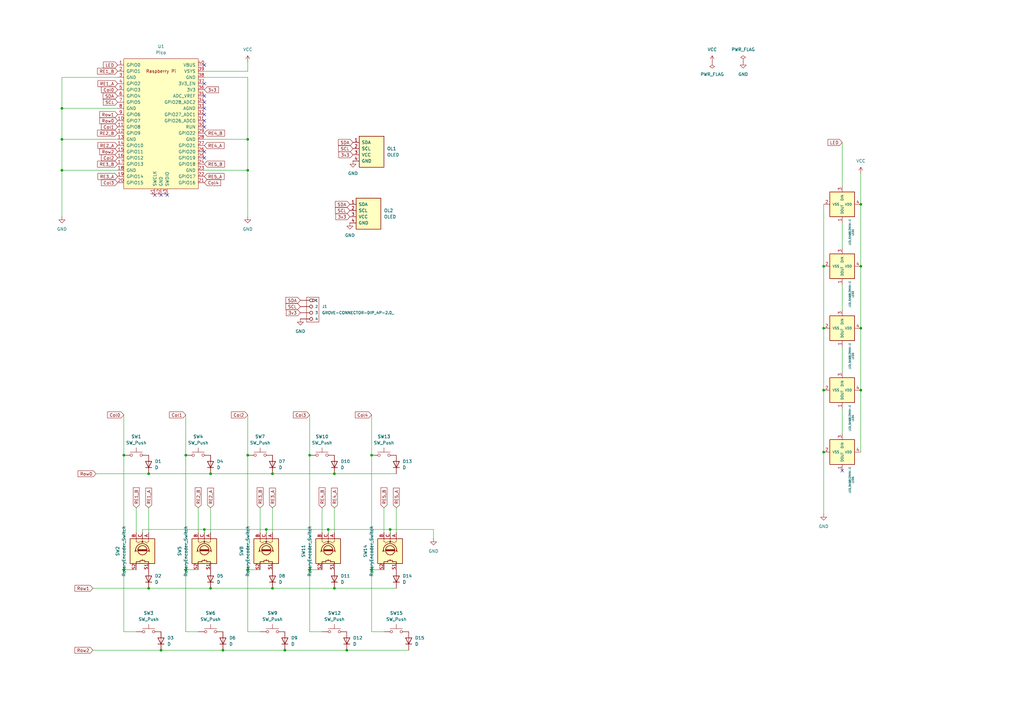
<source format=kicad_sch>
(kicad_sch (version 20231120) (generator "eeschema") (generator_version "8.0")
  (paper "A3")
  (lib_symbols
    (symbol "BrownSugar_KBD:OLED" (pin_names (offset 1.016))
      (property "Reference" "OL" (at 0 7.62 0))
      (property "Value" "OLED" (at 0 -7.62 0))
      (symbol "OLED_0_1"
        (rectangle (start -5.08 6.35) (end 5.08 -6.35) (stroke (width 0.254)) (fill (type background)))
      )
      (symbol "OLED_1_1"
        (pin bidirectional line (at -7.62 3.81 0) (length 2.54) (name "SDA") (number "1"))
        (pin bidirectional line (at -7.62 1.27 0) (length 2.54) (name "SCL") (number "2"))
        (pin power_in line (at -7.62 -1.27 0) (length 2.54) (name "VCC") (number "3"))
        (pin power_in line (at -7.62 -3.81 0) (length 2.54) (name "GND") (number "4"))
      )
    )
    (symbol "Device:D" (pin_numbers hide) (pin_names (offset 1.016) hide)
      (property "Reference" "D" (at 0 2.54 0))
      (property "Value" "D" (at 0 -2.54 0))
      (symbol "D_0_1"
        (polyline (pts (xy -1.27 1.27) (xy -1.27 -1.27)) (stroke (width 0.254)))
        (polyline (pts (xy 1.27 0) (xy -1.27 0)))
        (polyline (pts (xy 1.27 1.27) (xy 1.27 -1.27) (xy -1.27 0) (xy 1.27 1.27)) (stroke (width 0.254)))
      )
      (symbol "D_1_1"
        (pin passive line (at -3.81 0 0) (length 2.54) (name "K") (number "1"))
        (pin passive line (at 3.81 0 180) (length 2.54) (name "A") (number "2"))
      )
    )
    (symbol "Device:RotaryEncoder_Switch" (pin_names (offset 0.254) hide)
      (property "Reference" "SW" (at 0 6.604 0))
      (property "Value" "RotaryEncoder_Switch" (at 0 -6.604 0))
      (symbol "RotaryEncoder_Switch_0_1"
        (rectangle (start -5.08 5.08) (end 5.08 -5.08) (stroke (width 0.254)) (fill (type background)))
        (circle (center -3.81 0) (radius 0.254) (fill (type outline)))
        (circle (center -0.381 0) (radius 1.905) (stroke (width 0.254)))
        (arc (start -0.381 2.667) (mid -3.0988 -0.0635) (end -0.381 -2.794) (stroke (width 0.254)))
        (polyline (pts (xy -0.635 -1.778) (xy -0.635 1.778)) (stroke (width 0.254)))
        (polyline (pts (xy -0.381 -1.778) (xy -0.381 1.778)) (stroke (width 0.254)))
        (polyline (pts (xy -0.127 1.778) (xy -0.127 -1.778)) (stroke (width 0.254)))
        (polyline (pts (xy 3.81 0) (xy 3.429 0)) (stroke (width 0.254)))
        (polyline (pts (xy 3.81 1.016) (xy 3.81 -1.016)) (stroke (width 0.254)))
        (polyline (pts (xy -5.08 -2.54) (xy -3.81 -2.54) (xy -3.81 -2.032)))
        (polyline (pts (xy -5.08 2.54) (xy -3.81 2.54) (xy -3.81 2.032)))
        (polyline (pts (xy 0.254 -3.048) (xy -0.508 -2.794) (xy 0.127 -2.413)) (stroke (width 0.254)))
        (polyline (pts (xy 0.254 2.921) (xy -0.508 2.667) (xy 0.127 2.286)) (stroke (width 0.254)))
        (polyline (pts (xy 5.08 -2.54) (xy 4.318 -2.54) (xy 4.318 -1.016)) (stroke (width 0.254)))
        (polyline (pts (xy 5.08 2.54) (xy 4.318 2.54) (xy 4.318 1.016)) (stroke (width 0.254)))
        (polyline (pts (xy -5.08 0) (xy -3.81 0) (xy -3.81 -1.016) (xy -3.302 -2.032)))
        (polyline (pts (xy -4.318 0) (xy -3.81 0) (xy -3.81 1.016) (xy -3.302 2.032)))
        (circle (center 4.318 -1.016) (radius 0.127) (stroke (width 0.254)))
        (circle (center 4.318 1.016) (radius 0.127) (stroke (width 0.254)))
      )
      (symbol "RotaryEncoder_Switch_1_1"
        (pin passive line (at -7.62 2.54 0) (length 2.54) (name "A") (number "A"))
        (pin passive line (at -7.62 -2.54 0) (length 2.54) (name "B") (number "B"))
        (pin passive line (at -7.62 0 0) (length 2.54) (name "C") (number "C"))
        (pin passive line (at 7.62 2.54 180) (length 2.54) (name "S1") (number "S1"))
        (pin passive line (at 7.62 -2.54 180) (length 2.54) (name "S2") (number "S2"))
      )
    )
    (symbol "OPL_Connector:GROVE-CONNECTOR-DIP_4P-2.0_" (pin_numbers hide) (pin_names (offset 1.016))
      (property "Reference" "J" (at -6.35 6.35 0))
      (property "Value" "GROVE-CONNECTOR-DIP_4P-2.0_" (at 0 6.35 0))
      (symbol "GROVE-CONNECTOR-DIP_4P-2.0__1_0"
        (polyline (pts (xy -1.27 -5.08) (xy -1.27 5.08)))
        (polyline (pts (xy -1.27 5.08) (xy 3.81 5.08)))
        (polyline (pts (xy 3.81 -5.08) (xy -1.27 -5.08)))
        (polyline (pts (xy 3.81 5.08) (xy 3.81 -5.08)))
      )
      (symbol "GROVE-CONNECTOR-DIP_4P-2.0__1_1"
        (pin bidirectional inverted_clock (at -3.81 3.81 0) (length 5.08) (name "1") (number "1"))
        (pin bidirectional inverted (at -3.81 1.27 0) (length 5.08) (name "2") (number "2"))
        (pin bidirectional inverted (at -3.81 -1.27 0) (length 5.08) (name "3") (number "3"))
        (pin bidirectional inverted (at -3.81 -3.81 0) (length 5.08) (name "4") (number "4"))
      )
    )
    (symbol "RPi_Pico:Pico" (pin_names (offset 1.016))
      (property "Reference" "U" (at -13.97 27.94 0))
      (property "Value" "Pico" (at 0 19.05 0))
      (symbol "Pico_0_0"
        (text "Raspberry Pi" (at 0 21.59 0) (effects (font (size 1.27 1.27))))
      )
      (symbol "Pico_0_1"
        (rectangle (start -15.24 26.67) (end 15.24 -26.67) (fill (type background)))
      )
      (symbol "Pico_1_1"
        (pin bidirectional line (at -17.78 24.13 0) (length 2.54) (name "GPIO0") (number "1"))
        (pin bidirectional line (at -17.78 1.27 0) (length 2.54) (name "GPIO7") (number "10"))
        (pin bidirectional line (at -17.78 -1.27 0) (length 2.54) (name "GPIO8") (number "11"))
        (pin bidirectional line (at -17.78 -3.81 0) (length 2.54) (name "GPIO9") (number "12"))
        (pin power_in line (at -17.78 -6.35 0) (length 2.54) (name "GND") (number "13"))
        (pin bidirectional line (at -17.78 -8.89 0) (length 2.54) (name "GPIO10") (number "14"))
        (pin bidirectional line (at -17.78 -11.43 0) (length 2.54) (name "GPIO11") (number "15"))
        (pin bidirectional line (at -17.78 -13.97 0) (length 2.54) (name "GPIO12") (number "16"))
        (pin bidirectional line (at -17.78 -16.51 0) (length 2.54) (name "GPIO13") (number "17"))
        (pin power_in line (at -17.78 -19.05 0) (length 2.54) (name "GND") (number "18"))
        (pin bidirectional line (at -17.78 -21.59 0) (length 2.54) (name "GPIO14") (number "19"))
        (pin bidirectional line (at -17.78 21.59 0) (length 2.54) (name "GPIO1") (number "2"))
        (pin bidirectional line (at -17.78 -24.13 0) (length 2.54) (name "GPIO15") (number "20"))
        (pin bidirectional line (at 17.78 -24.13 180) (length 2.54) (name "GPIO16") (number "21"))
        (pin bidirectional line (at 17.78 -21.59 180) (length 2.54) (name "GPIO17") (number "22"))
        (pin power_in line (at 17.78 -19.05 180) (length 2.54) (name "GND") (number "23"))
        (pin bidirectional line (at 17.78 -16.51 180) (length 2.54) (name "GPIO18") (number "24"))
        (pin bidirectional line (at 17.78 -13.97 180) (length 2.54) (name "GPIO19") (number "25"))
        (pin bidirectional line (at 17.78 -11.43 180) (length 2.54) (name "GPIO20") (number "26"))
        (pin bidirectional line (at 17.78 -8.89 180) (length 2.54) (name "GPIO21") (number "27"))
        (pin power_in line (at 17.78 -6.35 180) (length 2.54) (name "GND") (number "28"))
        (pin bidirectional line (at 17.78 -3.81 180) (length 2.54) (name "GPIO22") (number "29"))
        (pin power_in line (at -17.78 19.05 0) (length 2.54) (name "GND") (number "3"))
        (pin input line (at 17.78 -1.27 180) (length 2.54) (name "RUN") (number "30"))
        (pin bidirectional line (at 17.78 1.27 180) (length 2.54) (name "GPIO26_ADC0") (number "31"))
        (pin bidirectional line (at 17.78 3.81 180) (length 2.54) (name "GPIO27_ADC1") (number "32"))
        (pin power_in line (at 17.78 6.35 180) (length 2.54) (name "AGND") (number "33"))
        (pin bidirectional line (at 17.78 8.89 180) (length 2.54) (name "GPIO28_ADC2") (number "34"))
        (pin unspecified line (at 17.78 11.43 180) (length 2.54) (name "ADC_VREF") (number "35"))
        (pin unspecified line (at 17.78 13.97 180) (length 2.54) (name "3V3") (number "36"))
        (pin input line (at 17.78 16.51 180) (length 2.54) (name "3V3_EN") (number "37"))
        (pin bidirectional line (at 17.78 19.05 180) (length 2.54) (name "GND") (number "38"))
        (pin unspecified line (at 17.78 21.59 180) (length 2.54) (name "VSYS") (number "39"))
        (pin bidirectional line (at -17.78 16.51 0) (length 2.54) (name "GPIO2") (number "4"))
        (pin unspecified line (at 17.78 24.13 180) (length 2.54) (name "VBUS") (number "40"))
        (pin input line (at -2.54 -29.21 90) (length 2.54) (name "SWCLK") (number "41"))
        (pin power_in line (at 0 -29.21 90) (length 2.54) (name "GND") (number "42"))
        (pin bidirectional line (at 2.54 -29.21 90) (length 2.54) (name "SWDIO") (number "43"))
        (pin bidirectional line (at -17.78 13.97 0) (length 2.54) (name "GPIO3") (number "5"))
        (pin bidirectional line (at -17.78 11.43 0) (length 2.54) (name "GPIO4") (number "6"))
        (pin bidirectional line (at -17.78 8.89 0) (length 2.54) (name "GPIO5") (number "7"))
        (pin power_in line (at -17.78 6.35 0) (length 2.54) (name "GND") (number "8"))
        (pin bidirectional line (at -17.78 3.81 0) (length 2.54) (name "GPIO6") (number "9"))
      )
    )
    (symbol "Salicylic_kbd:LED_SK6812MINI-E" (pin_names (offset 1.016))
      (property "Reference" "LED" (at 5.08 -10.16 0))
      (property "Value" "LED_SK6812MINI-E" (at 8.89 -8.89 0))
      (symbol "LED_SK6812MINI-E_0_1"
        (rectangle (start -5.08 5.08) (end 5.08 -5.08) (stroke (width 0.254)) (fill (type background)))
      )
      (symbol "LED_SK6812MINI-E_1_1"
        (pin output line (at 7.62 0 180) (length 2.54) (name "DOUT") (number "1"))
        (pin power_in line (at 0 -7.62 90) (length 2.54) (name "VSS") (number "2"))
        (pin input line (at -7.62 0 0) (length 2.54) (name "DIN") (number "3"))
        (pin power_in line (at 0 7.62 270) (length 2.54) (name "VDD") (number "4"))
      )
    )
    (symbol "Switch:SW_Push" (pin_numbers hide) (pin_names (offset 1.016) hide)
      (property "Reference" "SW" (at 1.27 2.54 0))
      (property "Value" "SW_Push" (at 0 -1.524 0))
      (symbol "SW_Push_0_1"
        (circle (center -2.032 0) (radius 0.508))
        (polyline (pts (xy 0 1.27) (xy 0 3.048)))
        (polyline (pts (xy 2.54 1.27) (xy -2.54 1.27)))
        (circle (center 2.032 0) (radius 0.508))
        (pin passive line (at -5.08 0 0) (length 2.54) (name "1") (number "1"))
        (pin passive line (at 5.08 0 180) (length 2.54) (name "2") (number "2"))
      )
    )
    (symbol "power:GND" (power) (pin_numbers hide) (pin_names (offset 0) hide)
      (property "Value" "GND" (at 0 -3.81 0))
      (symbol "GND_0_1"
        (polyline (pts (xy 0 0) (xy 0 -1.27) (xy 1.27 -1.27) (xy 0 -2.54) (xy -1.27 -1.27) (xy 0 -1.27)))
      )
      (symbol "GND_1_1"
        (pin power_in line (at 0 0 270) (length 0) (name "~") (number "1"))
      )
    )
    (symbol "power:PWR_FLAG" (power) (pin_numbers hide) (pin_names (offset 0) hide)
      (property "Value" "PWR_FLAG" (at 0 3.81 0))
      (symbol "PWR_FLAG_0_0"
        (pin power_out line (at 0 0 90) (length 0) (name "~") (number "1"))
      )
      (symbol "PWR_FLAG_0_1"
        (polyline (pts (xy 0 0) (xy 0 1.27) (xy -1.016 1.905) (xy 0 2.54) (xy 1.016 1.905) (xy 0 1.27)))
      )
    )
    (symbol "power:VCC" (power) (pin_numbers hide) (pin_names (offset 0) hide)
      (property "Value" "VCC" (at 0 3.556 0))
      (symbol "VCC_0_1"
        (polyline (pts (xy -0.762 1.27) (xy 0 2.54)))
        (polyline (pts (xy 0 0) (xy 0 2.54)))
        (polyline (pts (xy 0 2.54) (xy 0.762 1.27)))
      )
      (symbol "VCC_1_1"
        (pin power_in line (at 0 0 90) (length 0) (name "~") (number "1"))
      )
    )
  )
  (junction (at 86.36 241.3))
  (junction (at 111.76 241.3))
  (junction (at 25.4 57.15))
  (junction (at 50.8 186.69))
  (junction (at 353.06 134.62))
  (junction (at 76.2 186.69))
  (junction (at 66.04 266.7))
  (junction (at 101.6 57.15))
  (junction (at 60.96 241.3))
  (junction (at 101.6 69.85))
  (junction (at 353.06 83.82))
  (junction (at 83.82 217.17))
  (junction (at 116.84 266.7))
  (junction (at 127 186.69))
  (junction (at 134.62 217.17))
  (junction (at 152.4 186.69))
  (junction (at 137.16 241.3))
  (junction (at 91.44 266.7))
  (junction (at 86.36 194.31))
  (junction (at 353.06 160.02))
  (junction (at 337.82 109.22))
  (junction (at 142.24 266.7))
  (junction (at 127 233.68))
  (junction (at 50.8 233.68))
  (junction (at 337.82 134.62))
  (junction (at 101.6 186.69))
  (junction (at 337.82 160.02))
  (junction (at 337.82 185.42))
  (junction (at 353.06 109.22))
  (junction (at 76.2 233.68))
  (junction (at 101.6 233.68))
  (junction (at 25.4 44.45))
  (junction (at 111.76 194.31))
  (junction (at 25.4 69.85))
  (junction (at 152.4 233.68))
  (junction (at 137.16 194.31))
  (junction (at 60.96 194.31))
  (junction (at 109.22 217.17))
  (junction (at 160.02 217.17))
  (no_connect (at 83.82 62.23))
  (no_connect (at 83.82 64.77))
  (no_connect (at 83.82 46.99))
  (no_connect (at 66.04 80.01))
  (no_connect (at 83.82 34.29))
  (no_connect (at 83.82 44.45))
  (no_connect (at 83.82 49.53))
  (no_connect (at 68.58 80.01))
  (no_connect (at 63.5 80.01))
  (no_connect (at 83.82 52.07))
  (no_connect (at 83.82 39.37))
  (no_connect (at 83.82 26.67))
  (no_connect (at 345.44 193.04))
  (no_connect (at 83.82 41.91))
  (wire (pts (xy 50.8 233.68) (xy 55.88 233.68)))
  (wire (pts (xy 86.36 194.31) (xy 111.76 194.31)))
  (wire (pts (xy 50.8 170.18) (xy 50.8 186.69)))
  (wire (pts (xy 353.06 160.02) (xy 353.06 134.62)))
  (wire (pts (xy 48.26 31.75) (xy 25.4 31.75)))
  (wire (pts (xy 83.82 57.15) (xy 101.6 57.15)))
  (wire (pts (xy 25.4 69.85) (xy 48.26 69.85)))
  (wire (pts (xy 39.37 194.31) (xy 60.96 194.31)))
  (wire (pts (xy 58.42 217.17) (xy 83.82 217.17)))
  (wire (pts (xy 25.4 31.75) (xy 25.4 44.45)))
  (wire (pts (xy 152.4 259.08) (xy 157.48 259.08)))
  (wire (pts (xy 76.2 170.18) (xy 76.2 186.69)))
  (wire (pts (xy 337.82 185.42) (xy 337.82 210.82)))
  (wire (pts (xy 353.06 185.42) (xy 353.06 160.02)))
  (wire (pts (xy 25.4 57.15) (xy 48.26 57.15)))
  (wire (pts (xy 101.6 186.69) (xy 101.6 233.68)))
  (wire (pts (xy 101.6 170.18) (xy 101.6 186.69)))
  (wire (pts (xy 101.6 69.85) (xy 101.6 88.9)))
  (wire (pts (xy 127 170.18) (xy 127 186.69)))
  (wire (pts (xy 38.1 266.7) (xy 66.04 266.7)))
  (wire (pts (xy 137.16 241.3) (xy 162.56 241.3)))
  (wire (pts (xy 116.84 266.7) (xy 142.24 266.7)))
  (wire (pts (xy 109.22 218.44) (xy 109.22 217.17)))
  (wire (pts (xy 137.16 194.31) (xy 162.56 194.31)))
  (wire (pts (xy 127 233.68) (xy 127 259.08)))
  (wire (pts (xy 106.68 208.28) (xy 106.68 218.44)))
  (wire (pts (xy 353.06 109.22) (xy 353.06 134.62)))
  (wire (pts (xy 66.04 266.7) (xy 91.44 266.7)))
  (wire (pts (xy 152.4 186.69) (xy 152.4 233.68)))
  (wire (pts (xy 101.6 233.68) (xy 106.68 233.68)))
  (wire (pts (xy 132.08 208.28) (xy 132.08 218.44)))
  (wire (pts (xy 58.42 218.44) (xy 58.42 217.17)))
  (wire (pts (xy 83.82 29.21) (xy 101.6 29.21)))
  (wire (pts (xy 38.1 241.3) (xy 60.96 241.3)))
  (wire (pts (xy 83.82 69.85) (xy 101.6 69.85)))
  (wire (pts (xy 160.02 217.17) (xy 160.02 218.44)))
  (wire (pts (xy 86.36 241.3) (xy 111.76 241.3)))
  (wire (pts (xy 83.82 218.44) (xy 83.82 217.17)))
  (wire (pts (xy 353.06 83.82) (xy 353.06 109.22)))
  (wire (pts (xy 134.62 218.44) (xy 134.62 217.17)))
  (wire (pts (xy 177.8 217.17) (xy 160.02 217.17)))
  (wire (pts (xy 111.76 208.28) (xy 111.76 218.44)))
  (wire (pts (xy 101.6 31.75) (xy 101.6 57.15)))
  (wire (pts (xy 83.82 31.75) (xy 101.6 31.75)))
  (wire (pts (xy 134.62 217.17) (xy 160.02 217.17)))
  (wire (pts (xy 25.4 44.45) (xy 25.4 57.15)))
  (wire (pts (xy 137.16 208.28) (xy 137.16 218.44)))
  (wire (pts (xy 101.6 233.68) (xy 101.6 259.08)))
  (wire (pts (xy 162.56 208.28) (xy 162.56 218.44)))
  (wire (pts (xy 76.2 233.68) (xy 76.2 259.08)))
  (wire (pts (xy 60.96 194.31) (xy 86.36 194.31)))
  (wire (pts (xy 86.36 208.28) (xy 86.36 218.44)))
  (wire (pts (xy 345.44 167.64) (xy 345.44 177.8)))
  (wire (pts (xy 55.88 208.28) (xy 55.88 218.44)))
  (wire (pts (xy 337.82 83.82) (xy 337.82 109.22)))
  (wire (pts (xy 111.76 194.31) (xy 137.16 194.31)))
  (wire (pts (xy 101.6 57.15) (xy 101.6 69.85)))
  (wire (pts (xy 25.4 69.85) (xy 25.4 88.9)))
  (wire (pts (xy 76.2 259.08) (xy 81.28 259.08)))
  (wire (pts (xy 345.44 142.24) (xy 345.44 152.4)))
  (wire (pts (xy 60.96 241.3) (xy 86.36 241.3)))
  (wire (pts (xy 157.48 208.28) (xy 157.48 218.44)))
  (wire (pts (xy 353.06 71.12) (xy 353.06 83.82)))
  (wire (pts (xy 142.24 266.7) (xy 167.64 266.7)))
  (wire (pts (xy 337.82 109.22) (xy 337.82 134.62)))
  (wire (pts (xy 76.2 186.69) (xy 76.2 233.68)))
  (wire (pts (xy 50.8 233.68) (xy 50.8 259.08)))
  (wire (pts (xy 83.82 217.17) (xy 109.22 217.17)))
  (wire (pts (xy 127 233.68) (xy 132.08 233.68)))
  (wire (pts (xy 101.6 259.08) (xy 106.68 259.08)))
  (wire (pts (xy 152.4 170.18) (xy 152.4 186.69)))
  (wire (pts (xy 25.4 44.45) (xy 48.26 44.45)))
  (wire (pts (xy 109.22 217.17) (xy 134.62 217.17)))
  (wire (pts (xy 127 186.69) (xy 127 233.68)))
  (wire (pts (xy 101.6 25.4) (xy 101.6 29.21)))
  (wire (pts (xy 345.44 91.44) (xy 345.44 101.6)))
  (wire (pts (xy 111.76 241.3) (xy 137.16 241.3)))
  (wire (pts (xy 337.82 160.02) (xy 337.82 185.42)))
  (wire (pts (xy 25.4 57.15) (xy 25.4 69.85)))
  (wire (pts (xy 76.2 233.68) (xy 81.28 233.68)))
  (wire (pts (xy 345.44 116.84) (xy 345.44 127)))
  (wire (pts (xy 91.44 266.7) (xy 116.84 266.7)))
  (wire (pts (xy 345.44 58.42) (xy 345.44 76.2)))
  (wire (pts (xy 337.82 134.62) (xy 337.82 160.02)))
  (wire (pts (xy 81.28 218.44) (xy 81.28 208.28)))
  (wire (pts (xy 50.8 259.08) (xy 55.88 259.08)))
  (wire (pts (xy 177.8 220.98) (xy 177.8 217.17)))
  (wire (pts (xy 152.4 233.68) (xy 157.48 233.68)))
  (wire (pts (xy 50.8 186.69) (xy 50.8 233.68)))
  (wire (pts (xy 152.4 233.68) (xy 152.4 259.08)))
  (wire (pts (xy 60.96 208.28) (xy 60.96 218.44)))
  (wire (pts (xy 127 259.08) (xy 132.08 259.08)))
  (global_label "RE1_B" (shape input) (at 48.26 29.21 180) (property "Intersheetrefs" "${INTERSHEET_REFS}" (effects (hide yes))))
  (global_label "RE2_A" (shape input) (at 48.26 59.69 180) (property "Intersheetrefs" "${INTERSHEET_REFS}" (effects (hide yes))))
  (global_label "Col2" (shape input) (at 48.26 64.77 180) (property "Intersheetrefs" "${INTERSHEET_REFS}" (effects (hide yes))))
  (global_label "SCL" (shape input) (at 143.51 86.36 180) (property "Intersheetrefs" "${INTERSHEET_REFS}" (effects (hide yes))))
  (global_label "SDA" (shape input) (at 48.26 39.37 180) (property "Intersheetrefs" "${INTERSHEET_REFS}" (effects (hide yes))))
  (global_label "Row2" (shape input) (at 38.1 266.7 180) (property "Intersheetrefs" "${INTERSHEET_REFS}" (effects (hide yes))))
  (global_label "Col0" (shape input) (at 50.8 170.18 180) (property "Intersheetrefs" "${INTERSHEET_REFS}" (effects (hide yes))))
  (global_label "Row1" (shape input) (at 38.1 241.3 180) (property "Intersheetrefs" "${INTERSHEET_REFS}" (effects (hide yes))))
  (global_label "Row1" (shape input) (at 48.26 46.99 180) (property "Intersheetrefs" "${INTERSHEET_REFS}" (effects (hide yes))))
  (global_label "3v3" (shape input) (at 144.78 63.5 180) (property "Intersheetrefs" "${INTERSHEET_REFS}" (effects (hide yes))))
  (global_label "SCL" (shape input) (at 48.26 41.91 180) (property "Intersheetrefs" "${INTERSHEET_REFS}" (effects (hide yes))))
  (global_label "RE2_B" (shape input) (at 48.26 54.61 180) (property "Intersheetrefs" "${INTERSHEET_REFS}" (effects (hide yes))))
  (global_label "Col4" (shape input) (at 83.82 74.93 0) (property "Intersheetrefs" "${INTERSHEET_REFS}" (effects (hide yes))))
  (global_label "SDA" (shape input) (at 143.51 83.82 180) (property "Intersheetrefs" "${INTERSHEET_REFS}" (effects (hide yes))))
  (global_label "Row0" (shape input) (at 39.37 194.31 180) (property "Intersheetrefs" "${INTERSHEET_REFS}" (effects (hide yes))))
  (global_label "Row0" (shape input) (at 48.26 49.53 180) (property "Intersheetrefs" "${INTERSHEET_REFS}" (effects (hide yes))))
  (global_label "RE3_A" (shape input) (at 111.76 208.28 90) (property "Intersheetrefs" "${INTERSHEET_REFS}" (effects (hide yes))))
  (global_label "SDA" (shape input) (at 123.19 123.19 180) (property "Intersheetrefs" "${INTERSHEET_REFS}" (effects (hide yes))))
  (global_label "Col4" (shape input) (at 152.4 170.18 180) (property "Intersheetrefs" "${INTERSHEET_REFS}" (effects (hide yes))))
  (global_label "RE5_A" (shape input) (at 83.82 72.39 0) (property "Intersheetrefs" "${INTERSHEET_REFS}" (effects (hide yes))))
  (global_label "RE3_B" (shape input) (at 48.26 67.31 180) (property "Intersheetrefs" "${INTERSHEET_REFS}" (effects (hide yes))))
  (global_label "Col3" (shape input) (at 127 170.18 180) (property "Intersheetrefs" "${INTERSHEET_REFS}" (effects (hide yes))))
  (global_label "RE3_A" (shape input) (at 48.26 72.39 180) (property "Intersheetrefs" "${INTERSHEET_REFS}" (effects (hide yes))))
  (global_label "Col1" (shape input) (at 76.2 170.18 180) (property "Intersheetrefs" "${INTERSHEET_REFS}" (effects (hide yes))))
  (global_label "3v3" (shape input) (at 143.51 88.9 180) (property "Intersheetrefs" "${INTERSHEET_REFS}" (effects (hide yes))))
  (global_label "Row2" (shape input) (at 48.26 62.23 180) (property "Intersheetrefs" "${INTERSHEET_REFS}" (effects (hide yes))))
  (global_label "RE1_B" (shape input) (at 55.88 208.28 90) (property "Intersheetrefs" "${INTERSHEET_REFS}" (effects (hide yes))))
  (global_label "SDA" (shape input) (at 144.78 58.42 180) (property "Intersheetrefs" "${INTERSHEET_REFS}" (effects (hide yes))))
  (global_label "SCL" (shape input) (at 123.19 125.73 180) (property "Intersheetrefs" "${INTERSHEET_REFS}" (effects (hide yes))))
  (global_label "RE5_A" (shape input) (at 162.56 208.28 90) (property "Intersheetrefs" "${INTERSHEET_REFS}" (effects (hide yes))))
  (global_label "Col0" (shape input) (at 48.26 36.83 180) (property "Intersheetrefs" "${INTERSHEET_REFS}" (effects (hide yes))))
  (global_label "RE4_A" (shape input) (at 83.82 59.69 0) (property "Intersheetrefs" "${INTERSHEET_REFS}" (effects (hide yes))))
  (global_label "RE4_A" (shape input) (at 137.16 208.28 90) (property "Intersheetrefs" "${INTERSHEET_REFS}" (effects (hide yes))))
  (global_label "RE5_B" (shape input) (at 157.48 208.28 90) (property "Intersheetrefs" "${INTERSHEET_REFS}" (effects (hide yes))))
  (global_label "Col1" (shape input) (at 48.26 52.07 180) (property "Intersheetrefs" "${INTERSHEET_REFS}" (effects (hide yes))))
  (global_label "Col2" (shape input) (at 101.6 170.18 180) (property "Intersheetrefs" "${INTERSHEET_REFS}" (effects (hide yes))))
  (global_label "RE5_B" (shape input) (at 83.82 67.31 0) (property "Intersheetrefs" "${INTERSHEET_REFS}" (effects (hide yes))))
  (global_label "RE4_B" (shape input) (at 132.08 208.28 90) (property "Intersheetrefs" "${INTERSHEET_REFS}" (effects (hide yes))))
  (global_label "3v3" (shape input) (at 123.19 128.27 180) (property "Intersheetrefs" "${INTERSHEET_REFS}" (effects (hide yes))))
  (global_label "RE2_A" (shape input) (at 86.36 208.28 90) (property "Intersheetrefs" "${INTERSHEET_REFS}" (effects (hide yes))))
  (global_label "3v3" (shape input) (at 83.82 36.83 0) (property "Intersheetrefs" "${INTERSHEET_REFS}" (effects (hide yes))))
  (global_label "LED" (shape input) (at 345.44 58.42 180) (property "Intersheetrefs" "${INTERSHEET_REFS}" (effects (hide yes))))
  (global_label "Col3" (shape input) (at 48.26 74.93 180) (property "Intersheetrefs" "${INTERSHEET_REFS}" (effects (hide yes))))
  (global_label "RE4_B" (shape input) (at 83.82 54.61 0) (property "Intersheetrefs" "${INTERSHEET_REFS}" (effects (hide yes))))
  (global_label "RE2_B" (shape input) (at 81.28 208.28 90) (property "Intersheetrefs" "${INTERSHEET_REFS}" (effects (hide yes))))
  (global_label "SCL" (shape input) (at 144.78 60.96 180) (property "Intersheetrefs" "${INTERSHEET_REFS}" (effects (hide yes))))
  (global_label "RE1_A" (shape input) (at 60.96 208.28 90) (property "Intersheetrefs" "${INTERSHEET_REFS}" (effects (hide yes))))
  (global_label "RE1_A" (shape input) (at 48.26 34.29 180) (property "Intersheetrefs" "${INTERSHEET_REFS}" (effects (hide yes))))
  (global_label "LED" (shape input) (at 48.26 26.67 180) (property "Intersheetrefs" "${INTERSHEET_REFS}" (effects (hide yes))))
  (global_label "RE3_B" (shape input) (at 106.68 208.28 90) (property "Intersheetrefs" "${INTERSHEET_REFS}" (effects (hide yes))))
  (symbol (lib_id "Device:D") (at 137.16 190.5 90) (unit 1)
    (property "Reference" "D10" (at 139.7 189.2299 90) (effects (justify right)))
    (property "Value" "D" (at 139.7 191.7699 90) (effects (justify right)))
    (property "Footprint" "kbd_Parts:Diode_SMD" (effects (hide yes)))
    (property "Description" "Diode" (effects (hide yes)))
    (property "Sim.Device" "D" (effects (hide yes)))
    (property "Sim.Pins" "1=K 2=A" (effects (hide yes)))
  )
  (symbol (lib_id "power:GND") (at 25.4 88.9 0) (unit 1)
    (property "Reference" "#PWR03" (effects (hide yes)))
    (property "Value" "GND" (at 25.4 93.98 0))
    (property "Description" "Power symbol creates a global label with name \"GND\" , ground" (effects (hide yes)))
  )
  (symbol (lib_id "OPL_Connector:GROVE-CONNECTOR-DIP_4P-2.0_") (at 127 127 0) (unit 1)
    (property "Reference" "J1" (at 132.08 125.73 0) (effects (font (size 1.143 1.143)) (justify left)))
    (property "Value" "GROVE-CONNECTOR-DIP_4P-2.0_" (at 132.08 128.27 0) (effects (font (size 1.143 1.143)) (justify left)))
    (property "Footprint" "OPL_Connector:GROVE-HW4-2.0" (effects (hide yes)))
    (property "SKU" "320110033" (effects (hide yes)))
  )
  (symbol (lib_id "Device:D") (at 111.76 190.5 90) (unit 1)
    (property "Reference" "D7" (at 114.3 189.2299 90) (effects (justify right)))
    (property "Value" "D" (at 114.3 191.7699 90) (effects (justify right)))
    (property "Footprint" "kbd_Parts:Diode_SMD" (effects (hide yes)))
    (property "Description" "Diode" (effects (hide yes)))
    (property "Sim.Device" "D" (effects (hide yes)))
    (property "Sim.Pins" "1=K 2=A" (effects (hide yes)))
  )
  (symbol (lib_id "Switch:SW_Push") (at 86.36 259.08 0) (mirror y) (unit 1)
    (property "Reference" "SW6" (at 86.36 251.46 0))
    (property "Value" "SW_Push" (at 86.36 254 0))
    (property "Footprint" "kbd_SW:Choc_Hotswap_1u" (effects (hide yes)))
    (property "Description" "Push button switch, generic, two pins" (effects (hide yes)))
  )
  (symbol (lib_id "power:GND") (at 144.78 66.04 0) (unit 1)
    (property "Reference" "#PWR06" (effects (hide yes)))
    (property "Value" "GND" (at 144.78 71.12 0))
    (property "Description" "Power symbol creates a global label with name \"GND\" , ground" (effects (hide yes)))
  )
  (symbol (lib_id "power:PWR_FLAG") (at 292.1 25.4 180) (unit 1)
    (property "Reference" "#FLG01" (effects (hide yes)))
    (property "Value" "PWR_FLAG" (at 292.1 30.48 0))
    (property "Description" "Special symbol for telling ERC where power comes from" (effects (hide yes)))
  )
  (symbol (lib_id "Switch:SW_Push") (at 55.88 186.69 0) (mirror y) (unit 1)
    (property "Reference" "SW1" (at 55.88 179.07 0))
    (property "Value" "SW_Push" (at 55.88 181.61 0))
    (property "Footprint" "kbd_SW:Choc_Hotswap_1u" (effects (hide yes)))
    (property "Description" "Push button switch, generic, two pins" (effects (hide yes)))
  )
  (symbol (lib_id "Switch:SW_Push") (at 157.48 186.69 0) (mirror y) (unit 1)
    (property "Reference" "SW13" (at 157.48 179.07 0))
    (property "Value" "SW_Push" (at 157.48 181.61 0))
    (property "Footprint" "kbd_SW:Choc_Hotswap_1u" (effects (hide yes)))
    (property "Description" "Push button switch, generic, two pins" (effects (hide yes)))
  )
  (symbol (lib_id "Switch:SW_Push") (at 162.56 259.08 0) (mirror y) (unit 1)
    (property "Reference" "SW15" (at 162.56 251.46 0))
    (property "Value" "SW_Push" (at 162.56 254 0))
    (property "Footprint" "kbd_SW:Choc_Hotswap_1u" (effects (hide yes)))
    (property "Description" "Push button switch, generic, two pins" (effects (hide yes)))
  )
  (symbol (lib_id "Salicylic_kbd:LED_SK6812MINI-E") (at 345.44 83.82 270) (unit 1)
    (property "Reference" "LED1" (at 349.8535 95.25 0) (effects (font (size 0.7366 0.7366))))
    (property "Value" "LED_SK6812MINI-E" (at 348.5835 95.25 0) (effects (font (size 0.7366 0.7366))))
    (property "Footprint" "kbd_Parts:LED_SK6812MINI-E_BL" (effects (hide yes)))
  )
  (symbol (lib_id "BrownSugar_KBD:OLED") (at 151.13 87.63 0) (unit 1)
    (property "Reference" "OL2" (at 157.48 86.3599 0) (effects (justify left)))
    (property "Value" "OLED" (at 157.48 88.8999 0) (effects (justify left)))
    (property "Footprint" "kbd_Parts:OLED" (effects (hide yes)))
  )
  (symbol (lib_id "Device:D") (at 66.04 262.89 90) (unit 1)
    (property "Reference" "D3" (at 68.58 261.6199 90) (effects (justify right)))
    (property "Value" "D" (at 68.58 264.1599 90) (effects (justify right)))
    (property "Footprint" "kbd_Parts:Diode_SMD" (effects (hide yes)))
    (property "Description" "Diode" (effects (hide yes)))
    (property "Sim.Device" "D" (effects (hide yes)))
    (property "Sim.Pins" "1=K 2=A" (effects (hide yes)))
  )
  (symbol (lib_id "Device:D") (at 60.96 190.5 90) (unit 1)
    (property "Reference" "D1" (at 63.5 189.2299 90) (effects (justify right)))
    (property "Value" "D" (at 63.5 191.7699 90) (effects (justify right)))
    (property "Footprint" "kbd_Parts:Diode_SMD" (effects (hide yes)))
    (property "Description" "Diode" (effects (hide yes)))
    (property "Sim.Device" "D" (effects (hide yes)))
    (property "Sim.Pins" "1=K 2=A" (effects (hide yes)))
  )
  (symbol (lib_id "Salicylic_kbd:LED_SK6812MINI-E") (at 345.44 160.02 270) (unit 1)
    (property "Reference" "LED4" (at 349.8535 171.45 0) (effects (font (size 0.7366 0.7366))))
    (property "Value" "LED_SK6812MINI-E" (at 348.5835 171.45 0) (effects (font (size 0.7366 0.7366))))
    (property "Footprint" "kbd_Parts:LED_SK6812MINI-E_BL" (effects (hide yes)))
  )
  (symbol (lib_id "Device:D") (at 111.76 237.49 90) (unit 1)
    (property "Reference" "D8" (at 114.3 236.2199 90) (effects (justify right)))
    (property "Value" "D" (at 114.3 238.7599 90) (effects (justify right)))
    (property "Footprint" "kbd_Parts:Diode_SMD" (effects (hide yes)))
    (property "Description" "Diode" (effects (hide yes)))
    (property "Sim.Device" "D" (effects (hide yes)))
    (property "Sim.Pins" "1=K 2=A" (effects (hide yes)))
  )
  (symbol (lib_id "Device:RotaryEncoder_Switch") (at 160.02 226.06 270) (unit 1)
    (property "Reference" "SW14" (at 149.86 226.06 0))
    (property "Value" "RotaryEncoder_Switch" (at 152.4 226.06 0))
    (property "Footprint" "kbd_Parts:RotaryEncoder_EC12E" (effects (hide yes)))
    (property "Description" "Rotary encoder, dual channel, incremental quadrate outputs, with switch" (effects (hide yes)))
  )
  (symbol (lib_id "power:VCC") (at 292.1 25.4 0) (unit 1)
    (property "Reference" "#PWR019" (effects (hide yes)))
    (property "Value" "VCC" (at 292.1 20.32 0))
    (property "Description" "Power symbol creates a global label with name \"VCC\"" (effects (hide yes)))
  )
  (symbol (lib_id "power:PWR_FLAG") (at 304.8 25.4 0) (unit 1)
    (property "Reference" "#FLG02" (effects (hide yes)))
    (property "Value" "PWR_FLAG" (at 304.8 20.32 0))
    (property "Description" "Special symbol for telling ERC where power comes from" (effects (hide yes)))
  )
  (symbol (lib_id "Device:RotaryEncoder_Switch") (at 134.62 226.06 270) (unit 1)
    (property "Reference" "SW11" (at 124.46 226.06 0))
    (property "Value" "RotaryEncoder_Switch" (at 127 226.06 0))
    (property "Footprint" "kbd_Parts:RotaryEncoder_EC12E" (effects (hide yes)))
    (property "Description" "Rotary encoder, dual channel, incremental quadrate outputs, with switch" (effects (hide yes)))
  )
  (symbol (lib_id "BrownSugar_KBD:OLED") (at 152.4 62.23 0) (unit 1)
    (property "Reference" "OL1" (at 158.75 60.9599 0) (effects (justify left)))
    (property "Value" "OLED" (at 158.75 63.4999 0) (effects (justify left)))
    (property "Footprint" "BrownSugar_KBD:OLED_center_display" (effects (hide yes)))
  )
  (symbol (lib_id "Device:D") (at 162.56 237.49 90) (unit 1)
    (property "Reference" "D14" (at 165.1 236.2199 90) (effects (justify right)))
    (property "Value" "D" (at 165.1 238.7599 90) (effects (justify right)))
    (property "Footprint" "kbd_Parts:Diode_SMD" (effects (hide yes)))
    (property "Description" "Diode" (effects (hide yes)))
    (property "Sim.Device" "D" (effects (hide yes)))
    (property "Sim.Pins" "1=K 2=A" (effects (hide yes)))
  )
  (symbol (lib_id "Device:D") (at 116.84 262.89 90) (unit 1)
    (property "Reference" "D9" (at 119.38 261.6199 90) (effects (justify right)))
    (property "Value" "D" (at 119.38 264.1599 90) (effects (justify right)))
    (property "Footprint" "kbd_Parts:Diode_SMD" (effects (hide yes)))
    (property "Description" "Diode" (effects (hide yes)))
    (property "Sim.Device" "D" (effects (hide yes)))
    (property "Sim.Pins" "1=K 2=A" (effects (hide yes)))
  )
  (symbol (lib_id "Device:D") (at 137.16 237.49 90) (unit 1)
    (property "Reference" "D11" (at 139.7 236.2199 90) (effects (justify right)))
    (property "Value" "D" (at 139.7 238.7599 90) (effects (justify right)))
    (property "Footprint" "kbd_Parts:Diode_SMD" (effects (hide yes)))
    (property "Description" "Diode" (effects (hide yes)))
    (property "Sim.Device" "D" (effects (hide yes)))
    (property "Sim.Pins" "1=K 2=A" (effects (hide yes)))
  )
  (symbol (lib_id "Switch:SW_Push") (at 81.28 186.69 0) (mirror y) (unit 1)
    (property "Reference" "SW4" (at 81.28 179.07 0))
    (property "Value" "SW_Push" (at 81.28 181.61 0))
    (property "Footprint" "kbd_SW:Choc_Hotswap_1u" (effects (hide yes)))
    (property "Description" "Push button switch, generic, two pins" (effects (hide yes)))
  )
  (symbol (lib_id "Device:D") (at 91.44 262.89 90) (unit 1)
    (property "Reference" "D6" (at 93.98 261.6199 90) (effects (justify right)))
    (property "Value" "D" (at 93.98 264.1599 90) (effects (justify right)))
    (property "Footprint" "kbd_Parts:Diode_SMD" (effects (hide yes)))
    (property "Description" "Diode" (effects (hide yes)))
    (property "Sim.Device" "D" (effects (hide yes)))
    (property "Sim.Pins" "1=K 2=A" (effects (hide yes)))
  )
  (symbol (lib_id "Switch:SW_Push") (at 132.08 186.69 0) (mirror y) (unit 1)
    (property "Reference" "SW10" (at 132.08 179.07 0))
    (property "Value" "SW_Push" (at 132.08 181.61 0))
    (property "Footprint" "kbd_SW:Choc_Hotswap_1u" (effects (hide yes)))
    (property "Description" "Push button switch, generic, two pins" (effects (hide yes)))
  )
  (symbol (lib_id "Salicylic_kbd:LED_SK6812MINI-E") (at 345.44 185.42 270) (unit 1)
    (property "Reference" "LED5" (at 349.8535 196.85 0) (effects (font (size 0.7366 0.7366))))
    (property "Value" "LED_SK6812MINI-E" (at 348.5835 196.85 0) (effects (font (size 0.7366 0.7366))))
    (property "Footprint" "kbd_Parts:LED_SK6812MINI-E_BL" (effects (hide yes)))
  )
  (symbol (lib_id "power:GND") (at 304.8 25.4 0) (unit 1)
    (property "Reference" "#PWR020" (effects (hide yes)))
    (property "Value" "GND" (at 304.8 30.48 0))
    (property "Description" "Power symbol creates a global label with name \"GND\" , ground" (effects (hide yes)))
  )
  (symbol (lib_id "Device:D") (at 86.36 237.49 90) (unit 1)
    (property "Reference" "D5" (at 88.9 236.2199 90) (effects (justify right)))
    (property "Value" "D" (at 88.9 238.7599 90) (effects (justify right)))
    (property "Footprint" "kbd_Parts:Diode_SMD" (effects (hide yes)))
    (property "Description" "Diode" (effects (hide yes)))
    (property "Sim.Device" "D" (effects (hide yes)))
    (property "Sim.Pins" "1=K 2=A" (effects (hide yes)))
  )
  (symbol (lib_id "Device:D") (at 60.96 237.49 90) (unit 1)
    (property "Reference" "D2" (at 63.5 236.2199 90) (effects (justify right)))
    (property "Value" "D" (at 63.5 238.7599 90) (effects (justify right)))
    (property "Footprint" "kbd_Parts:Diode_SMD" (effects (hide yes)))
    (property "Description" "Diode" (effects (hide yes)))
    (property "Sim.Device" "D" (effects (hide yes)))
    (property "Sim.Pins" "1=K 2=A" (effects (hide yes)))
  )
  (symbol (lib_id "power:GND") (at 101.6 88.9 0) (unit 1)
    (property "Reference" "#PWR02" (effects (hide yes)))
    (property "Value" "GND" (at 101.6 93.98 0))
    (property "Description" "Power symbol creates a global label with name \"GND\" , ground" (effects (hide yes)))
  )
  (symbol (lib_id "RPi_Pico:Pico") (at 66.04 50.8 0) (unit 1)
    (property "Reference" "U1" (at 66.04 19.05 0))
    (property "Value" "Pico" (at 66.04 21.59 0))
    (property "Footprint" "RPi_Pico:RPi_Pico_SMD_TH" (effects (hide yes)))
  )
  (symbol (lib_id "Device:RotaryEncoder_Switch") (at 109.22 226.06 270) (unit 1)
    (property "Reference" "SW8" (at 99.06 226.06 0))
    (property "Value" "RotaryEncoder_Switch" (at 101.6 226.06 0))
    (property "Footprint" "kbd_Parts:RotaryEncoder_EC12E" (effects (hide yes)))
    (property "Description" "Rotary encoder, dual channel, incremental quadrate outputs, with switch" (effects (hide yes)))
  )
  (symbol (lib_id "Device:D") (at 86.36 190.5 90) (unit 1)
    (property "Reference" "D4" (at 88.9 189.2299 90) (effects (justify right)))
    (property "Value" "D" (at 88.9 191.7699 90) (effects (justify right)))
    (property "Footprint" "kbd_Parts:Diode_SMD" (effects (hide yes)))
    (property "Description" "Diode" (effects (hide yes)))
    (property "Sim.Device" "D" (effects (hide yes)))
    (property "Sim.Pins" "1=K 2=A" (effects (hide yes)))
  )
  (symbol (lib_id "power:VCC") (at 101.6 25.4 0) (unit 1)
    (property "Reference" "#PWR04" (effects (hide yes)))
    (property "Value" "VCC" (at 101.6 20.32 0))
    (property "Description" "Power symbol creates a global label with name \"VCC\"" (effects (hide yes)))
  )
  (symbol (lib_id "Device:D") (at 142.24 262.89 90) (unit 1)
    (property "Reference" "D12" (at 144.78 261.6199 90) (effects (justify right)))
    (property "Value" "D" (at 144.78 264.1599 90) (effects (justify right)))
    (property "Footprint" "kbd_Parts:Diode_SMD" (effects (hide yes)))
    (property "Description" "Diode" (effects (hide yes)))
    (property "Sim.Device" "D" (effects (hide yes)))
    (property "Sim.Pins" "1=K 2=A" (effects (hide yes)))
  )
  (symbol (lib_id "power:GND") (at 177.8 220.98 0) (unit 1)
    (property "Reference" "#PWR01" (effects (hide yes)))
    (property "Value" "GND" (at 177.8 226.06 0))
    (property "Description" "Power symbol creates a global label with name \"GND\" , ground" (effects (hide yes)))
  )
  (symbol (lib_id "Switch:SW_Push") (at 137.16 259.08 0) (mirror y) (unit 1)
    (property "Reference" "SW12" (at 137.16 251.46 0))
    (property "Value" "SW_Push" (at 137.16 254 0))
    (property "Footprint" "kbd_SW:Choc_Hotswap_1u" (effects (hide yes)))
    (property "Description" "Push button switch, generic, two pins" (effects (hide yes)))
  )
  (symbol (lib_id "power:GND") (at 143.51 91.44 0) (unit 1)
    (property "Reference" "#PWR010" (effects (hide yes)))
    (property "Value" "GND" (at 143.51 96.52 0))
    (property "Description" "Power symbol creates a global label with name \"GND\" , ground" (effects (hide yes)))
  )
  (symbol (lib_id "Salicylic_kbd:LED_SK6812MINI-E") (at 345.44 109.22 270) (unit 1)
    (property "Reference" "LED2" (at 349.8535 120.65 0) (effects (font (size 0.7366 0.7366))))
    (property "Value" "LED_SK6812MINI-E" (at 348.5835 120.65 0) (effects (font (size 0.7366 0.7366))))
    (property "Footprint" "kbd_Parts:LED_SK6812MINI-E_BL" (effects (hide yes)))
  )
  (symbol (lib_id "power:GND") (at 123.19 130.81 0) (unit 1)
    (property "Reference" "#PWR014" (effects (hide yes)))
    (property "Value" "GND" (at 123.19 135.89 0))
    (property "Description" "Power symbol creates a global label with name \"GND\" , ground" (effects (hide yes)))
  )
  (symbol (lib_id "Device:D") (at 162.56 190.5 90) (unit 1)
    (property "Reference" "D13" (at 165.1 189.2299 90) (effects (justify right)))
    (property "Value" "D" (at 165.1 191.7699 90) (effects (justify right)))
    (property "Footprint" "kbd_Parts:Diode_SMD" (effects (hide yes)))
    (property "Description" "Diode" (effects (hide yes)))
    (property "Sim.Device" "D" (effects (hide yes)))
    (property "Sim.Pins" "1=K 2=A" (effects (hide yes)))
  )
  (symbol (lib_id "power:GND") (at 337.82 210.82 0) (unit 1)
    (property "Reference" "#PWR012" (effects (hide yes)))
    (property "Value" "GND" (at 337.82 215.9 0))
    (property "Description" "Power symbol creates a global label with name \"GND\" , ground" (effects (hide yes)))
  )
  (symbol (lib_id "Switch:SW_Push") (at 106.68 186.69 0) (mirror y) (unit 1)
    (property "Reference" "SW7" (at 106.68 179.07 0))
    (property "Value" "SW_Push" (at 106.68 181.61 0))
    (property "Footprint" "kbd_SW:Choc_Hotswap_1u" (effects (hide yes)))
    (property "Description" "Push button switch, generic, two pins" (effects (hide yes)))
  )
  (symbol (lib_id "Switch:SW_Push") (at 111.76 259.08 0) (mirror y) (unit 1)
    (property "Reference" "SW9" (at 111.76 251.46 0))
    (property "Value" "SW_Push" (at 111.76 254 0))
    (property "Footprint" "kbd_SW:Choc_Hotswap_1u" (effects (hide yes)))
    (property "Description" "Push button switch, generic, two pins" (effects (hide yes)))
  )
  (symbol (lib_id "Salicylic_kbd:LED_SK6812MINI-E") (at 345.44 134.62 270) (unit 1)
    (property "Reference" "LED3" (at 349.8535 146.05 0) (effects (font (size 0.7366 0.7366))))
    (property "Value" "LED_SK6812MINI-E" (at 348.5835 146.05 0) (effects (font (size 0.7366 0.7366))))
    (property "Footprint" "kbd_Parts:LED_SK6812MINI-E_BL" (effects (hide yes)))
  )
  (symbol (lib_id "Device:RotaryEncoder_Switch") (at 58.42 226.06 270) (unit 1)
    (property "Reference" "SW2" (at 48.26 226.06 0))
    (property "Value" "RotaryEncoder_Switch" (at 50.8 226.06 0))
    (property "Footprint" "kbd_Parts:RotaryEncoder_EC12E" (effects (hide yes)))
    (property "Description" "Rotary encoder, dual channel, incremental quadrate outputs, with switch" (effects (hide yes)))
  )
  (symbol (lib_id "Device:D") (at 167.64 262.89 90) (unit 1)
    (property "Reference" "D15" (at 170.18 261.6199 90) (effects (justify right)))
    (property "Value" "D" (at 170.18 264.1599 90) (effects (justify right)))
    (property "Footprint" "kbd_Parts:Diode_SMD" (effects (hide yes)))
    (property "Description" "Diode" (effects (hide yes)))
    (property "Sim.Device" "D" (effects (hide yes)))
    (property "Sim.Pins" "1=K 2=A" (effects (hide yes)))
  )
  (symbol (lib_id "Switch:SW_Push") (at 60.96 259.08 0) (mirror y) (unit 1)
    (property "Reference" "SW3" (at 60.96 251.46 0))
    (property "Value" "SW_Push" (at 60.96 254 0))
    (property "Footprint" "kbd_SW:Choc_Hotswap_1u" (effects (hide yes)))
    (property "Description" "Push button switch, generic, two pins" (effects (hide yes)))
  )
  (symbol (lib_id "power:VCC") (at 353.06 71.12 0) (unit 1)
    (property "Reference" "#PWR011" (effects (hide yes)))
    (property "Value" "VCC" (at 353.06 66.04 0))
    (property "Description" "Power symbol creates a global label with name \"VCC\"" (effects (hide yes)))
  )
  (symbol (lib_id "Device:RotaryEncoder_Switch") (at 83.82 226.06 270) (unit 1)
    (property "Reference" "SW5" (at 73.66 226.06 0))
    (property "Value" "RotaryEncoder_Switch" (at 76.2 226.06 0))
    (property "Footprint" "kbd_Parts:RotaryEncoder_EC12E" (effects (hide yes)))
    (property "Description" "Rotary encoder, dual channel, incremental quadrate outputs, with switch" (effects (hide yes)))
  )
)
</source>
